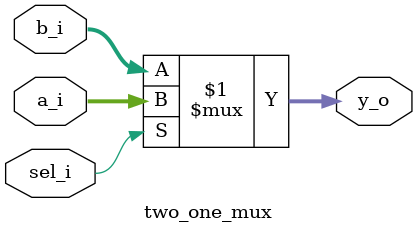
<source format=sv>
module two_one_mux
  (
    input   wire [7:0]    a_i,   // First leg of the mux
    input   wire [7:0]    b_i,   // Second leg of the mux
input   wire          sel_i, // Mux select
    output  wire [7:0]    y_o   // Mux output
  );
  
 assign y_o = sel_i ? a_i : b_i; 
  
endmodule
</source>
